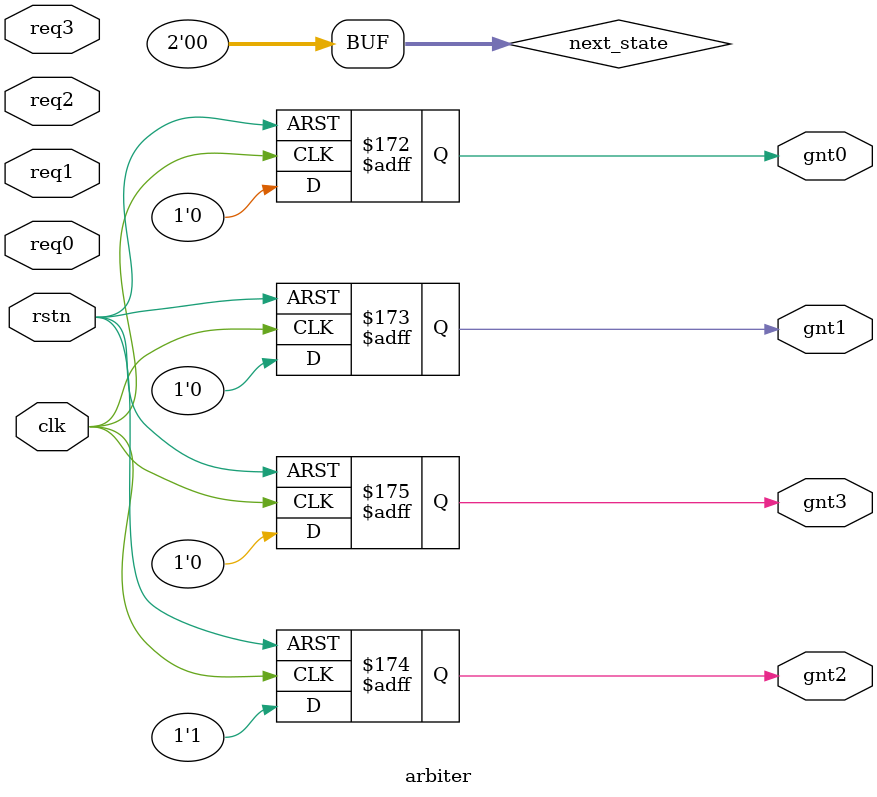
<source format=v>
`timescale 1ns / 1ps


module arbiter(
    output reg gnt0,gnt1,gnt2,gnt3,
    input req0,req1,req2,req3,
    input rstn,clk
    );
	parameter FETCH=0;
	parameter COMP=1;
	reg [1:0] state,next_state;
	wire req;
	always @(posedge clk or negedge rstn)
	if (~rstn) state<=FETCH;
	else state<=next_state;
	
	always @(*)
	if (~rstn)
		next_state<=FETCH;
	else 
	case (state)
		FETCH: if (req) next_state<=FETCH;
				else next_state<=FETCH;
		COMP: next_state<=FETCH;
		default: next_state<=FETCH;
	endcase
	
	reg [2:0] grade0,grade1,grade2,grade3;
	wire [2:0] level0,level1,level2,level3;
	wire [1:0] hit;
	assign  level0 = (req0)? grade0:4;
	assign	level1 = (req1)? grade1:4;
	assign	level2 = (req2)? grade2:4;
	assign	level3 = (req3)? grade3:4;
	assign req = req0 | req1 | req2 | req3;
	assign hit = (level0<level1 && level0<level2 && level0<level3)? 2'd0:
				(level1<level0 && level1<level2 && level1<level3)? 2'd1:
				(level2<level0 && level2<level1 && level2<level3)? 2'd2:
				(level3<level0 && level3<level1 && level3<level2)? 2'd3:2'd0;
				
	always @(posedge clk or negedge rstn)
	if (~rstn) begin
		gnt0<=0; gnt1<=0; gnt2<=0; gnt3<=0;
		grade0<=0; grade1<=1; grade2<=2; grade3<=3;
	end else
	if (req & next_state==COMP)
		case (hit)
			2'd0: begin
				gnt0<=1; gnt1<=0; gnt2<=0; gnt3<=0;
				if (grade1>grade0) grade1<=grade1-1;
				else grade1<=grade1;
				if (grade2>grade0) grade2<=grade2-1;
				else grade2<=grade2;
				if (grade3>grade0) grade3<=grade3-1;
				else grade3<=grade3;
				end
			2'd1: begin
				gnt0<=0; gnt1<=1; gnt2<=0; gnt3<=0;
				if (grade0>grade1) grade0<=grade0-1;
				else grade0<=grade0;
				if (grade2>grade1) grade2<=grade2-1;
				else grade2<=grade2;
				if (grade3>grade1) grade3<=grade3-1;
				else grade3<=grade3;
				end
			2'd3: begin
				gnt0<=0; gnt1<=1; gnt2<=0; gnt3<=0;
				if (grade0>grade3) grade0<=grade0-1;
				else grade0<=grade0;
				if (grade2>grade3) grade2<=grade2-1;
				else grade2<=grade2;
				if (grade1>grade3) grade1<=grade1-1;
				else grade1<=grade1;
				end
			2'd2: begin
				gnt0<=0; gnt1<=0; gnt2<=1; gnt3<=0;
				if (grade0>grade2) grade0<=grade0-1;
				else grade0<=grade0;
				if (grade1>grade2) grade1<=grade1-1;
				else grade1<=grade1;
				if (grade3>grade2) grade3<=grade3-1;
				else grade3<=grade3;
				end
			default: begin
				gnt0<=0; gnt1<=0; gnt2<=1; gnt3<=0;
				grade0<=grade0;
				grade1<=grade1;
				grade3<=grade3;
				grade2<=grade2;
			end
		endcase
	else begin
		gnt0<=0; gnt1<=0; gnt2<=1; gnt3<=0;
		grade0<=grade0;
		grade1<=grade1;
		grade3<=grade3;
		grade2<=grade2;
	end
	
endmodule

</source>
